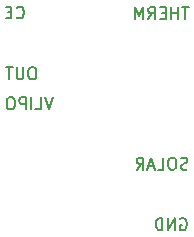
<source format=gbr>
%TF.GenerationSoftware,KiCad,Pcbnew,7.0.2-0*%
%TF.CreationDate,2023-05-31T14:29:31-07:00*%
%TF.ProjectId,SolaraCell,536f6c61-7261-4436-956c-6c2e6b696361,rev?*%
%TF.SameCoordinates,Original*%
%TF.FileFunction,Legend,Bot*%
%TF.FilePolarity,Positive*%
%FSLAX46Y46*%
G04 Gerber Fmt 4.6, Leading zero omitted, Abs format (unit mm)*
G04 Created by KiCad (PCBNEW 7.0.2-0) date 2023-05-31 14:29:31*
%MOMM*%
%LPD*%
G01*
G04 APERTURE LIST*
%ADD10C,0.200000*%
G04 APERTURE END LIST*
D10*
X137172723Y-74176600D02*
X137029866Y-74224219D01*
X137029866Y-74224219D02*
X136791771Y-74224219D01*
X136791771Y-74224219D02*
X136696533Y-74176600D01*
X136696533Y-74176600D02*
X136648914Y-74128980D01*
X136648914Y-74128980D02*
X136601295Y-74033742D01*
X136601295Y-74033742D02*
X136601295Y-73938504D01*
X136601295Y-73938504D02*
X136648914Y-73843266D01*
X136648914Y-73843266D02*
X136696533Y-73795647D01*
X136696533Y-73795647D02*
X136791771Y-73748028D01*
X136791771Y-73748028D02*
X136982247Y-73700409D01*
X136982247Y-73700409D02*
X137077485Y-73652790D01*
X137077485Y-73652790D02*
X137125104Y-73605171D01*
X137125104Y-73605171D02*
X137172723Y-73509933D01*
X137172723Y-73509933D02*
X137172723Y-73414695D01*
X137172723Y-73414695D02*
X137125104Y-73319457D01*
X137125104Y-73319457D02*
X137077485Y-73271838D01*
X137077485Y-73271838D02*
X136982247Y-73224219D01*
X136982247Y-73224219D02*
X136744152Y-73224219D01*
X136744152Y-73224219D02*
X136601295Y-73271838D01*
X135982247Y-73224219D02*
X135791771Y-73224219D01*
X135791771Y-73224219D02*
X135696533Y-73271838D01*
X135696533Y-73271838D02*
X135601295Y-73367076D01*
X135601295Y-73367076D02*
X135553676Y-73557552D01*
X135553676Y-73557552D02*
X135553676Y-73890885D01*
X135553676Y-73890885D02*
X135601295Y-74081361D01*
X135601295Y-74081361D02*
X135696533Y-74176600D01*
X135696533Y-74176600D02*
X135791771Y-74224219D01*
X135791771Y-74224219D02*
X135982247Y-74224219D01*
X135982247Y-74224219D02*
X136077485Y-74176600D01*
X136077485Y-74176600D02*
X136172723Y-74081361D01*
X136172723Y-74081361D02*
X136220342Y-73890885D01*
X136220342Y-73890885D02*
X136220342Y-73557552D01*
X136220342Y-73557552D02*
X136172723Y-73367076D01*
X136172723Y-73367076D02*
X136077485Y-73271838D01*
X136077485Y-73271838D02*
X135982247Y-73224219D01*
X134648914Y-74224219D02*
X135125104Y-74224219D01*
X135125104Y-74224219D02*
X135125104Y-73224219D01*
X134363199Y-73938504D02*
X133887009Y-73938504D01*
X134458437Y-74224219D02*
X134125104Y-73224219D01*
X134125104Y-73224219D02*
X133791771Y-74224219D01*
X132887009Y-74224219D02*
X133220342Y-73748028D01*
X133458437Y-74224219D02*
X133458437Y-73224219D01*
X133458437Y-73224219D02*
X133077485Y-73224219D01*
X133077485Y-73224219D02*
X132982247Y-73271838D01*
X132982247Y-73271838D02*
X132934628Y-73319457D01*
X132934628Y-73319457D02*
X132887009Y-73414695D01*
X132887009Y-73414695D02*
X132887009Y-73557552D01*
X132887009Y-73557552D02*
X132934628Y-73652790D01*
X132934628Y-73652790D02*
X132982247Y-73700409D01*
X132982247Y-73700409D02*
X133077485Y-73748028D01*
X133077485Y-73748028D02*
X133458437Y-73748028D01*
X122710438Y-61327380D02*
X122758057Y-61375000D01*
X122758057Y-61375000D02*
X122900914Y-61422619D01*
X122900914Y-61422619D02*
X122996152Y-61422619D01*
X122996152Y-61422619D02*
X123139009Y-61375000D01*
X123139009Y-61375000D02*
X123234247Y-61279761D01*
X123234247Y-61279761D02*
X123281866Y-61184523D01*
X123281866Y-61184523D02*
X123329485Y-60994047D01*
X123329485Y-60994047D02*
X123329485Y-60851190D01*
X123329485Y-60851190D02*
X123281866Y-60660714D01*
X123281866Y-60660714D02*
X123234247Y-60565476D01*
X123234247Y-60565476D02*
X123139009Y-60470238D01*
X123139009Y-60470238D02*
X122996152Y-60422619D01*
X122996152Y-60422619D02*
X122900914Y-60422619D01*
X122900914Y-60422619D02*
X122758057Y-60470238D01*
X122758057Y-60470238D02*
X122710438Y-60517857D01*
X122281866Y-60898809D02*
X121948533Y-60898809D01*
X121805676Y-61422619D02*
X122281866Y-61422619D01*
X122281866Y-61422619D02*
X122281866Y-60422619D01*
X122281866Y-60422619D02*
X121805676Y-60422619D01*
X137293361Y-60473419D02*
X136721933Y-60473419D01*
X137007647Y-61473419D02*
X137007647Y-60473419D01*
X136388599Y-61473419D02*
X136388599Y-60473419D01*
X136388599Y-60949609D02*
X135817171Y-60949609D01*
X135817171Y-61473419D02*
X135817171Y-60473419D01*
X135340980Y-60949609D02*
X135007647Y-60949609D01*
X134864790Y-61473419D02*
X135340980Y-61473419D01*
X135340980Y-61473419D02*
X135340980Y-60473419D01*
X135340980Y-60473419D02*
X134864790Y-60473419D01*
X133864790Y-61473419D02*
X134198123Y-60997228D01*
X134436218Y-61473419D02*
X134436218Y-60473419D01*
X134436218Y-60473419D02*
X134055266Y-60473419D01*
X134055266Y-60473419D02*
X133960028Y-60521038D01*
X133960028Y-60521038D02*
X133912409Y-60568657D01*
X133912409Y-60568657D02*
X133864790Y-60663895D01*
X133864790Y-60663895D02*
X133864790Y-60806752D01*
X133864790Y-60806752D02*
X133912409Y-60901990D01*
X133912409Y-60901990D02*
X133960028Y-60949609D01*
X133960028Y-60949609D02*
X134055266Y-60997228D01*
X134055266Y-60997228D02*
X134436218Y-60997228D01*
X133436218Y-61473419D02*
X133436218Y-60473419D01*
X133436218Y-60473419D02*
X133102885Y-61187704D01*
X133102885Y-61187704D02*
X132769552Y-60473419D01*
X132769552Y-60473419D02*
X132769552Y-61473419D01*
X125786637Y-68118819D02*
X125453304Y-69118819D01*
X125453304Y-69118819D02*
X125119971Y-68118819D01*
X124310447Y-69118819D02*
X124786637Y-69118819D01*
X124786637Y-69118819D02*
X124786637Y-68118819D01*
X123977113Y-69118819D02*
X123977113Y-68118819D01*
X123500923Y-69118819D02*
X123500923Y-68118819D01*
X123500923Y-68118819D02*
X123119971Y-68118819D01*
X123119971Y-68118819D02*
X123024733Y-68166438D01*
X123024733Y-68166438D02*
X122977114Y-68214057D01*
X122977114Y-68214057D02*
X122929495Y-68309295D01*
X122929495Y-68309295D02*
X122929495Y-68452152D01*
X122929495Y-68452152D02*
X122977114Y-68547390D01*
X122977114Y-68547390D02*
X123024733Y-68595009D01*
X123024733Y-68595009D02*
X123119971Y-68642628D01*
X123119971Y-68642628D02*
X123500923Y-68642628D01*
X122310447Y-68118819D02*
X122119971Y-68118819D01*
X122119971Y-68118819D02*
X122024733Y-68166438D01*
X122024733Y-68166438D02*
X121929495Y-68261676D01*
X121929495Y-68261676D02*
X121881876Y-68452152D01*
X121881876Y-68452152D02*
X121881876Y-68785485D01*
X121881876Y-68785485D02*
X121929495Y-68975961D01*
X121929495Y-68975961D02*
X122024733Y-69071200D01*
X122024733Y-69071200D02*
X122119971Y-69118819D01*
X122119971Y-69118819D02*
X122310447Y-69118819D01*
X122310447Y-69118819D02*
X122405685Y-69071200D01*
X122405685Y-69071200D02*
X122500923Y-68975961D01*
X122500923Y-68975961D02*
X122548542Y-68785485D01*
X122548542Y-68785485D02*
X122548542Y-68452152D01*
X122548542Y-68452152D02*
X122500923Y-68261676D01*
X122500923Y-68261676D02*
X122405685Y-68166438D01*
X122405685Y-68166438D02*
X122310447Y-68118819D01*
X124145371Y-65578819D02*
X123954895Y-65578819D01*
X123954895Y-65578819D02*
X123859657Y-65626438D01*
X123859657Y-65626438D02*
X123764419Y-65721676D01*
X123764419Y-65721676D02*
X123716800Y-65912152D01*
X123716800Y-65912152D02*
X123716800Y-66245485D01*
X123716800Y-66245485D02*
X123764419Y-66435961D01*
X123764419Y-66435961D02*
X123859657Y-66531200D01*
X123859657Y-66531200D02*
X123954895Y-66578819D01*
X123954895Y-66578819D02*
X124145371Y-66578819D01*
X124145371Y-66578819D02*
X124240609Y-66531200D01*
X124240609Y-66531200D02*
X124335847Y-66435961D01*
X124335847Y-66435961D02*
X124383466Y-66245485D01*
X124383466Y-66245485D02*
X124383466Y-65912152D01*
X124383466Y-65912152D02*
X124335847Y-65721676D01*
X124335847Y-65721676D02*
X124240609Y-65626438D01*
X124240609Y-65626438D02*
X124145371Y-65578819D01*
X123288228Y-65578819D02*
X123288228Y-66388342D01*
X123288228Y-66388342D02*
X123240609Y-66483580D01*
X123240609Y-66483580D02*
X123192990Y-66531200D01*
X123192990Y-66531200D02*
X123097752Y-66578819D01*
X123097752Y-66578819D02*
X122907276Y-66578819D01*
X122907276Y-66578819D02*
X122812038Y-66531200D01*
X122812038Y-66531200D02*
X122764419Y-66483580D01*
X122764419Y-66483580D02*
X122716800Y-66388342D01*
X122716800Y-66388342D02*
X122716800Y-65578819D01*
X122383466Y-65578819D02*
X121812038Y-65578819D01*
X122097752Y-66578819D02*
X122097752Y-65578819D01*
X136575895Y-78402638D02*
X136671133Y-78355019D01*
X136671133Y-78355019D02*
X136813990Y-78355019D01*
X136813990Y-78355019D02*
X136956847Y-78402638D01*
X136956847Y-78402638D02*
X137052085Y-78497876D01*
X137052085Y-78497876D02*
X137099704Y-78593114D01*
X137099704Y-78593114D02*
X137147323Y-78783590D01*
X137147323Y-78783590D02*
X137147323Y-78926447D01*
X137147323Y-78926447D02*
X137099704Y-79116923D01*
X137099704Y-79116923D02*
X137052085Y-79212161D01*
X137052085Y-79212161D02*
X136956847Y-79307400D01*
X136956847Y-79307400D02*
X136813990Y-79355019D01*
X136813990Y-79355019D02*
X136718752Y-79355019D01*
X136718752Y-79355019D02*
X136575895Y-79307400D01*
X136575895Y-79307400D02*
X136528276Y-79259780D01*
X136528276Y-79259780D02*
X136528276Y-78926447D01*
X136528276Y-78926447D02*
X136718752Y-78926447D01*
X136099704Y-79355019D02*
X136099704Y-78355019D01*
X136099704Y-78355019D02*
X135528276Y-79355019D01*
X135528276Y-79355019D02*
X135528276Y-78355019D01*
X135052085Y-79355019D02*
X135052085Y-78355019D01*
X135052085Y-78355019D02*
X134813990Y-78355019D01*
X134813990Y-78355019D02*
X134671133Y-78402638D01*
X134671133Y-78402638D02*
X134575895Y-78497876D01*
X134575895Y-78497876D02*
X134528276Y-78593114D01*
X134528276Y-78593114D02*
X134480657Y-78783590D01*
X134480657Y-78783590D02*
X134480657Y-78926447D01*
X134480657Y-78926447D02*
X134528276Y-79116923D01*
X134528276Y-79116923D02*
X134575895Y-79212161D01*
X134575895Y-79212161D02*
X134671133Y-79307400D01*
X134671133Y-79307400D02*
X134813990Y-79355019D01*
X134813990Y-79355019D02*
X135052085Y-79355019D01*
M02*

</source>
